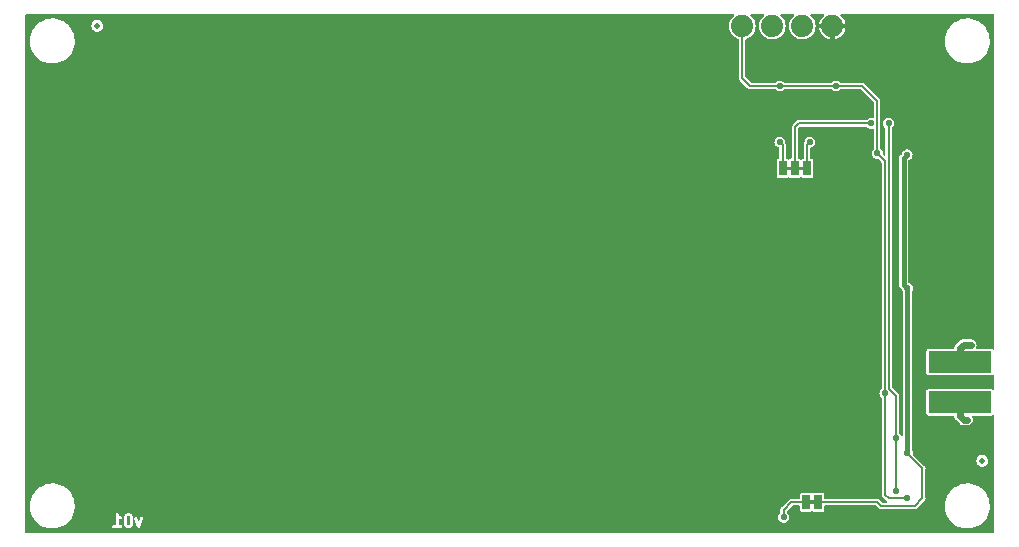
<source format=gbl>
%TF.GenerationSoftware,KiCad,Pcbnew,7.0.6*%
%TF.CreationDate,2024-01-20T21:08:05-07:00*%
%TF.ProjectId,SparkFun_AirQuality_Combo,53706172-6b46-4756-9e5f-416972517561,rev?*%
%TF.SameCoordinates,Original*%
%TF.FileFunction,Copper,L2,Bot*%
%TF.FilePolarity,Positive*%
%FSLAX46Y46*%
G04 Gerber Fmt 4.6, Leading zero omitted, Abs format (unit mm)*
G04 Created by KiCad (PCBNEW 7.0.6) date 2024-01-20 21:08:05*
%MOMM*%
%LPD*%
G01*
G04 APERTURE LIST*
%ADD10C,0.254000*%
%TA.AperFunction,SMDPad,CuDef*%
%ADD11R,5.300000X1.900000*%
%TD*%
%TA.AperFunction,ComponentPad*%
%ADD12C,1.879600*%
%TD*%
%TA.AperFunction,SMDPad,CuDef*%
%ADD13R,0.660400X1.270000*%
%TD*%
%TA.AperFunction,SMDPad,CuDef*%
%ADD14C,0.500000*%
%TD*%
%TA.AperFunction,ViaPad*%
%ADD15C,0.560000*%
%TD*%
%TA.AperFunction,Conductor*%
%ADD16C,0.406400*%
%TD*%
%TA.AperFunction,Conductor*%
%ADD17C,0.558800*%
%TD*%
%TA.AperFunction,Conductor*%
%ADD18C,0.177800*%
%TD*%
G04 APERTURE END LIST*
D10*
G36*
X9056672Y1676433D02*
G01*
X9075911Y1657194D01*
X9108839Y1591338D01*
X9150047Y1426506D01*
X9150047Y1215870D01*
X9108838Y1051037D01*
X9075911Y985182D01*
X9056673Y965944D01*
X9005162Y940188D01*
X8968360Y940188D01*
X8916848Y965944D01*
X8897611Y985181D01*
X8864683Y1051037D01*
X8823474Y1215870D01*
X8823474Y1426506D01*
X8864683Y1591338D01*
X8897610Y1657194D01*
X8916850Y1676433D01*
X8968360Y1702188D01*
X9005162Y1702188D01*
X9056672Y1676433D01*
G37*
G36*
X10368374Y541045D02*
G01*
X7458006Y541045D01*
X7458006Y795114D01*
X7603149Y795114D01*
X7632876Y730021D01*
X7693076Y691332D01*
X7728856Y686188D01*
X8309428Y686188D01*
X8378089Y706349D01*
X8424951Y760430D01*
X8435135Y831262D01*
X8405408Y896355D01*
X8345208Y935044D01*
X8309428Y940188D01*
X8146142Y940188D01*
X8146142Y1200235D01*
X8569475Y1200235D01*
X8570447Y1196923D01*
X8573267Y1169433D01*
X8621648Y975909D01*
X8623900Y972070D01*
X8631264Y949915D01*
X8679645Y853153D01*
X8681265Y851411D01*
X8681772Y849084D01*
X8703434Y820146D01*
X8751815Y771765D01*
X8753905Y770624D01*
X8755121Y768577D01*
X8784823Y747975D01*
X8881585Y699595D01*
X8892915Y697557D01*
X8902600Y691332D01*
X8938380Y686188D01*
X9035142Y686188D01*
X9046186Y689432D01*
X9057634Y688195D01*
X9091937Y699595D01*
X9188699Y747975D01*
X9190442Y749597D01*
X9192769Y750103D01*
X9221707Y771765D01*
X9270088Y820146D01*
X9271229Y822236D01*
X9273275Y823451D01*
X9293877Y853153D01*
X9342258Y949915D01*
X9343046Y954296D01*
X9351874Y975909D01*
X9400255Y1169433D01*
X9400114Y1172884D01*
X9404047Y1200235D01*
X9404047Y1442140D01*
X9403074Y1445453D01*
X9400255Y1472942D01*
X9397682Y1483232D01*
X9488922Y1483232D01*
X9496112Y1447806D01*
X9738017Y770474D01*
X9754937Y747200D01*
X9769079Y722140D01*
X9775695Y718647D01*
X9780096Y712593D01*
X9806917Y702160D01*
X9832359Y688726D01*
X9839813Y689364D01*
X9846788Y686651D01*
X9874989Y692375D01*
X9903658Y694828D01*
X9909585Y699396D01*
X9916919Y700884D01*
X9937544Y720941D01*
X9960341Y738508D01*
X9965334Y747965D01*
X9968221Y750772D01*
X9969323Y755521D01*
X9977219Y770473D01*
X10219124Y1447806D01*
X10223231Y1519248D01*
X10188062Y1581569D01*
X10124782Y1614983D01*
X10053483Y1608881D01*
X9996800Y1565201D01*
X9979922Y1533235D01*
X9857618Y1190786D01*
X9735314Y1533236D01*
X9693235Y1591116D01*
X9626543Y1617058D01*
X9556412Y1602826D01*
X9505110Y1552937D01*
X9488922Y1483232D01*
X9397682Y1483232D01*
X9351874Y1666466D01*
X9349621Y1670306D01*
X9342258Y1692460D01*
X9293877Y1789222D01*
X9292256Y1790965D01*
X9291750Y1793291D01*
X9270088Y1822229D01*
X9221707Y1870610D01*
X9219617Y1871752D01*
X9218402Y1873797D01*
X9188700Y1894399D01*
X9091938Y1942780D01*
X9080608Y1944819D01*
X9070922Y1951044D01*
X9035142Y1956188D01*
X8938380Y1956188D01*
X8927334Y1952945D01*
X8915887Y1954181D01*
X8881584Y1942780D01*
X8784822Y1894399D01*
X8783079Y1892779D01*
X8780753Y1892272D01*
X8751815Y1870610D01*
X8703434Y1822229D01*
X8702292Y1820140D01*
X8700247Y1818924D01*
X8679645Y1789222D01*
X8631264Y1692460D01*
X8630475Y1688080D01*
X8621648Y1666466D01*
X8573267Y1472942D01*
X8573407Y1469492D01*
X8569475Y1442140D01*
X8569475Y1200235D01*
X8146142Y1200235D01*
X8146142Y1480439D01*
X8155870Y1473691D01*
X8252632Y1425310D01*
X8323060Y1412636D01*
X8389161Y1440050D01*
X8429947Y1498850D01*
X8432468Y1570365D01*
X8395926Y1631892D01*
X8366224Y1652494D01*
X8287896Y1691658D01*
X8214596Y1764959D01*
X8124812Y1899635D01*
X8098170Y1921948D01*
X8071900Y1944711D01*
X8070801Y1944869D01*
X8069951Y1945581D01*
X8035462Y1949950D01*
X8001068Y1954895D01*
X8000059Y1954435D01*
X7998959Y1954574D01*
X7967587Y1939605D01*
X7935975Y1925168D01*
X7935375Y1924235D01*
X7934374Y1923757D01*
X7916094Y1894234D01*
X7897286Y1864968D01*
X7897077Y1863521D01*
X7896703Y1862915D01*
X7896733Y1861123D01*
X7892142Y1829188D01*
X7892142Y940188D01*
X7728856Y940188D01*
X7660195Y920027D01*
X7613333Y865946D01*
X7603149Y795114D01*
X7458006Y795114D01*
X7458006Y2101331D01*
X10368374Y2101331D01*
X10368374Y541045D01*
G37*
%TA.AperFunction,EtchedComponent*%
%TO.C,JP2*%
G36*
X67128200Y2707500D02*
G01*
X66628200Y2707500D01*
X66628200Y3007500D01*
X67128200Y3007500D01*
X67128200Y2707500D01*
G37*
%TD.AperFunction*%
%TA.AperFunction,EtchedComponent*%
%TO.C,JP1*%
G36*
X65134300Y30965000D02*
G01*
X64634300Y30965000D01*
X64634300Y31265000D01*
X65134300Y31265000D01*
X65134300Y30965000D01*
G37*
%TD.AperFunction*%
%TA.AperFunction,EtchedComponent*%
G36*
X66167000Y30942000D02*
G01*
X65667000Y30942000D01*
X65667000Y31242000D01*
X66167000Y31242000D01*
X66167000Y30942000D01*
G37*
%TD.AperFunction*%
%TD*%
D11*
%TO.P,L1,1,1*%
%TO.N,3.3V*%
X79375000Y11317500D03*
%TO.P,L1,2,2*%
%TO.N,Net-(U5-SW)*%
X79375000Y14717500D03*
%TD*%
D12*
%TO.P,J3,1,Pin_1*%
%TO.N,GND*%
X68580000Y43180000D03*
%TO.P,J3,2,Pin_2*%
%TO.N,3.3V*%
X66040000Y43180000D03*
%TO.P,J3,3,Pin_3*%
%TO.N,SDA*%
X63500000Y43180000D03*
%TO.P,J3,4,Pin_4*%
%TO.N,SCL*%
X60960000Y43180000D03*
%TD*%
D13*
%TO.P,JP2,1,A*%
%TO.N,Net-(JP2-A)*%
X66357500Y2857500D03*
%TO.P,JP2,2,B*%
%TO.N,3.3V*%
X67398900Y2857500D03*
%TD*%
%TO.P,JP1,1,A*%
%TO.N,Net-(JP1-A)*%
X64363600Y31115000D03*
%TO.P,JP1,2,C*%
%TO.N,3.3V*%
X65405000Y31115000D03*
%TO.P,JP1,3,B*%
%TO.N,Net-(JP1-B)*%
X66446400Y31115000D03*
%TD*%
D14*
%TO.P,FID2,*%
%TO.N,*%
X6350000Y43180000D03*
%TD*%
%TO.P,FID1,*%
%TO.N,*%
X81280000Y6350000D03*
%TD*%
D15*
%TO.N,3.3V*%
X80010000Y9842500D03*
%TO.N,Net-(U5-SW)*%
X80327500Y16192500D03*
%TO.N,3.3V*%
X74930000Y6985000D03*
X74930000Y20955000D03*
X74910000Y32267484D03*
X71869200Y34925000D03*
%TO.N,GND*%
X76200000Y8572500D03*
X71755000Y28575000D03*
X77152500Y13017500D03*
X75565000Y24765000D03*
X69215000Y33972500D03*
X64770000Y4127500D03*
X72072500Y3810000D03*
X70802500Y10795000D03*
X72072500Y6350000D03*
X75565000Y28575000D03*
X71755000Y24765000D03*
X76200000Y32385000D03*
X75247500Y40640000D03*
X71120000Y13017500D03*
X77470000Y33655000D03*
X76200000Y39052500D03*
X76200000Y20955000D03*
%TO.N,SDA*%
X73977500Y8255000D03*
X73977500Y3810000D03*
X73342500Y34925000D03*
%TO.N,SCL*%
X73025000Y12065000D03*
X72390000Y32385000D03*
X68897500Y38100000D03*
X74930000Y3175000D03*
X64135000Y38100000D03*
%TO.N,Net-(JP1-A)*%
X64135000Y33337500D03*
%TO.N,Net-(JP1-B)*%
X66675000Y33337500D03*
%TO.N,Net-(JP2-A)*%
X64452500Y1587500D03*
%TD*%
D16*
%TO.N,3.3V*%
X74612500Y21272500D02*
X74612500Y31969984D01*
X74930000Y20955000D02*
X74612500Y21272500D01*
X74612500Y31969984D02*
X74910000Y32267484D01*
D17*
X79692500Y9842500D02*
X80010000Y9842500D01*
X79375000Y10160000D02*
X79692500Y9842500D01*
X79375000Y11317500D02*
X79375000Y10160000D01*
%TO.N,Net-(U5-SW)*%
X79692500Y16192500D02*
X80327500Y16192500D01*
X79375000Y15875000D02*
X79692500Y16192500D01*
X79375000Y14717500D02*
X79375000Y15875000D01*
D16*
%TO.N,3.3V*%
X74930000Y20955000D02*
X74930000Y6985000D01*
D18*
X72390000Y2857500D02*
X72707500Y2540000D01*
X65722500Y34925000D02*
X71869200Y34925000D01*
X76200000Y3175000D02*
X76200000Y5715000D01*
X65405000Y34607500D02*
X65722500Y34925000D01*
X65405000Y31115000D02*
X65405000Y34607500D01*
X72707500Y2540000D02*
X75565000Y2540000D01*
X75565000Y2540000D02*
X76200000Y3175000D01*
X67398900Y2857500D02*
X72390000Y2857500D01*
X76200000Y5715000D02*
X74930000Y6985000D01*
%TO.N,SDA*%
X73342500Y34925000D02*
X73342500Y31899474D01*
X73355200Y12472030D02*
X73977500Y11849730D01*
X73342500Y31899474D02*
X73355200Y31886773D01*
X73977500Y8255000D02*
X73977500Y3810000D01*
X73355200Y31886773D02*
X73355200Y12472030D01*
X73977500Y11849730D02*
X73977500Y8255000D01*
%TO.N,SCL*%
X73025000Y31750000D02*
X72390000Y32385000D01*
X61595000Y38100000D02*
X60960000Y38735000D01*
X72390000Y36830000D02*
X71120000Y38100000D01*
X68897500Y38100000D02*
X61595000Y38100000D01*
X73342500Y3175000D02*
X74930000Y3175000D01*
X60960000Y38735000D02*
X60960000Y43180000D01*
X72390000Y32385000D02*
X72390000Y36830000D01*
X73025000Y12065000D02*
X73025000Y31750000D01*
X73025000Y12065000D02*
X73025000Y3492500D01*
X73025000Y3492500D02*
X73342500Y3175000D01*
X71120000Y38100000D02*
X68897500Y38100000D01*
%TO.N,Net-(JP1-A)*%
X64363600Y33108900D02*
X64135000Y33337500D01*
X64363600Y31115000D02*
X64363600Y33108900D01*
%TO.N,Net-(JP1-B)*%
X66446400Y31115000D02*
X66446400Y33108900D01*
X66446400Y33108900D02*
X66675000Y33337500D01*
%TO.N,Net-(JP2-A)*%
X64452500Y2222500D02*
X64452500Y1587500D01*
X66357500Y2857500D02*
X65087500Y2857500D01*
X65087500Y2857500D02*
X64452500Y2222500D01*
%TD*%
%TA.AperFunction,Conductor*%
%TO.N,GND*%
G36*
X60243903Y44174935D02*
G01*
X60273967Y44122864D01*
X60263526Y44063650D01*
X60246620Y44042641D01*
X60130173Y43936485D01*
X60005302Y43771129D01*
X60005300Y43771126D01*
X60005300Y43771125D01*
X59939984Y43639953D01*
X59912936Y43585634D01*
X59912934Y43585629D01*
X59856229Y43386335D01*
X59856229Y43386334D01*
X59837110Y43180001D01*
X59837110Y43180000D01*
X59856229Y42973667D01*
X59856229Y42973666D01*
X59910830Y42781768D01*
X59912936Y42774365D01*
X60005300Y42588875D01*
X60130174Y42423514D01*
X60221584Y42340183D01*
X60283305Y42283916D01*
X60283314Y42283910D01*
X60400759Y42211192D01*
X60459485Y42174830D01*
X60459489Y42174829D01*
X60459488Y42174829D01*
X60636653Y42106195D01*
X60681910Y42066609D01*
X60692800Y42024231D01*
X60692800Y38769981D01*
X60691111Y38752832D01*
X60687564Y38735000D01*
X60708303Y38630743D01*
X60744043Y38577254D01*
X60767359Y38542359D01*
X60767362Y38542357D01*
X60767363Y38542356D01*
X60782471Y38532261D01*
X60795792Y38521330D01*
X61381331Y37935791D01*
X61392262Y37922470D01*
X61402359Y37907359D01*
X61402362Y37907357D01*
X61424671Y37892450D01*
X61474280Y37859304D01*
X61490744Y37848303D01*
X61595000Y37827564D01*
X61612831Y37831112D01*
X61629980Y37832800D01*
X63719970Y37832800D01*
X63776471Y37812235D01*
X63786400Y37802462D01*
X63831791Y37750078D01*
X63831793Y37750077D01*
X63831794Y37750076D01*
X63942653Y37678831D01*
X63942654Y37678831D01*
X63942657Y37678829D01*
X64028782Y37653541D01*
X64069101Y37641701D01*
X64069104Y37641701D01*
X64069106Y37641700D01*
X64069107Y37641700D01*
X64200893Y37641700D01*
X64200894Y37641700D01*
X64200896Y37641701D01*
X64200898Y37641701D01*
X64215927Y37646115D01*
X64327343Y37678829D01*
X64438209Y37750078D01*
X64483599Y37802462D01*
X64536142Y37831696D01*
X64550030Y37832800D01*
X68482470Y37832800D01*
X68538971Y37812235D01*
X68548900Y37802462D01*
X68594291Y37750078D01*
X68594293Y37750077D01*
X68594294Y37750076D01*
X68705153Y37678831D01*
X68705154Y37678831D01*
X68705157Y37678829D01*
X68791282Y37653541D01*
X68831601Y37641701D01*
X68831604Y37641701D01*
X68831606Y37641700D01*
X68831607Y37641700D01*
X68963393Y37641700D01*
X68963394Y37641700D01*
X68963396Y37641701D01*
X68963398Y37641701D01*
X68978427Y37646115D01*
X69089843Y37678829D01*
X69200709Y37750078D01*
X69246099Y37802462D01*
X69298642Y37831696D01*
X69312530Y37832800D01*
X70972912Y37832800D01*
X71029413Y37812235D01*
X71035067Y37807055D01*
X72097055Y36745068D01*
X72122466Y36690574D01*
X72122800Y36682913D01*
X72122800Y35445605D01*
X72102235Y35389104D01*
X72050164Y35359040D01*
X72010135Y35361266D01*
X71935098Y35383300D01*
X71935094Y35383300D01*
X71803306Y35383300D01*
X71803301Y35383300D01*
X71676857Y35346171D01*
X71676853Y35346170D01*
X71565994Y35274925D01*
X71565989Y35274920D01*
X71520600Y35222538D01*
X71468058Y35193304D01*
X71454170Y35192200D01*
X65757480Y35192200D01*
X65740331Y35193889D01*
X65722500Y35197436D01*
X65614593Y35175972D01*
X65607402Y35169454D01*
X65529861Y35117643D01*
X65529857Y35117639D01*
X65519760Y35102528D01*
X65508831Y35089211D01*
X65240790Y34821170D01*
X65227472Y34810240D01*
X65212359Y34800142D01*
X65212356Y34800139D01*
X65168183Y34734032D01*
X65168180Y34734023D01*
X65153304Y34711761D01*
X65153302Y34711755D01*
X65132564Y34607500D01*
X65136111Y34589669D01*
X65137800Y34572520D01*
X65137800Y32015902D01*
X65117235Y31959401D01*
X65065164Y31929337D01*
X65058519Y31928426D01*
X65057240Y31928301D01*
X65005234Y31917957D01*
X65005233Y31917957D01*
X64965097Y31891139D01*
X64946255Y31878548D01*
X64939055Y31873737D01*
X64938260Y31874927D01*
X64891961Y31853337D01*
X64833883Y31868900D01*
X64822533Y31878422D01*
X64822347Y31878546D01*
X64822347Y31878547D01*
X64763369Y31917955D01*
X64738052Y31922991D01*
X64711352Y31928302D01*
X64710069Y31928428D01*
X64709611Y31928648D01*
X64707126Y31929142D01*
X64707252Y31929780D01*
X64655860Y31954441D01*
X64631055Y32009213D01*
X64630800Y32015903D01*
X64630800Y33073925D01*
X64632489Y33091074D01*
X64636035Y33108901D01*
X64615297Y33213157D01*
X64615295Y33213160D01*
X64605074Y33228456D01*
X64590781Y33286858D01*
X64591146Y33289743D01*
X64598013Y33337500D01*
X64598012Y33337504D01*
X64579259Y33467940D01*
X64579258Y33467941D01*
X64579258Y33467946D01*
X64524511Y33587824D01*
X64524510Y33587825D01*
X64524510Y33587826D01*
X64481360Y33637624D01*
X64438209Y33687422D01*
X64438206Y33687424D01*
X64438205Y33687425D01*
X64327346Y33758670D01*
X64327343Y33758671D01*
X64302053Y33766097D01*
X64200898Y33795800D01*
X64200894Y33795800D01*
X64069106Y33795800D01*
X64069101Y33795800D01*
X63942657Y33758671D01*
X63942653Y33758670D01*
X63831794Y33687425D01*
X63831789Y33687420D01*
X63745489Y33587826D01*
X63690742Y33467946D01*
X63690740Y33467940D01*
X63671987Y33337504D01*
X63671987Y33337497D01*
X63690740Y33207061D01*
X63690742Y33207055D01*
X63745489Y33087175D01*
X63756975Y33073920D01*
X63831791Y32987578D01*
X63831793Y32987577D01*
X63831794Y32987576D01*
X63942653Y32916331D01*
X63942655Y32916331D01*
X63942657Y32916329D01*
X63994041Y32901242D01*
X64033264Y32889724D01*
X64081683Y32854074D01*
X64096400Y32805385D01*
X64096400Y32015902D01*
X64075835Y31959401D01*
X64023764Y31929337D01*
X64017119Y31928426D01*
X64015840Y31928301D01*
X63963834Y31917957D01*
X63963833Y31917957D01*
X63904854Y31878548D01*
X63904852Y31878546D01*
X63865445Y31819569D01*
X63855100Y31767560D01*
X63855100Y30462437D01*
X63855101Y30462435D01*
X63865443Y30410435D01*
X63865443Y30410434D01*
X63865444Y30410432D01*
X63865445Y30410431D01*
X63904853Y30351453D01*
X63963831Y30312045D01*
X64015839Y30301700D01*
X64711360Y30301701D01*
X64711363Y30301701D01*
X64711365Y30301702D01*
X64763365Y30312044D01*
X64763366Y30312044D01*
X64763366Y30312045D01*
X64763369Y30312045D01*
X64822347Y30351453D01*
X64822347Y30351454D01*
X64829545Y30356263D01*
X64830340Y30355072D01*
X64876632Y30376663D01*
X64934711Y30361106D01*
X64946061Y30351582D01*
X64946252Y30351455D01*
X64946253Y30351453D01*
X65005231Y30312045D01*
X65057239Y30301700D01*
X65752760Y30301701D01*
X65752763Y30301701D01*
X65752765Y30301702D01*
X65804765Y30312044D01*
X65804766Y30312044D01*
X65804766Y30312045D01*
X65804769Y30312045D01*
X65863747Y30351453D01*
X65863747Y30351454D01*
X65870945Y30356263D01*
X65871740Y30355072D01*
X65918032Y30376663D01*
X65976111Y30361106D01*
X65987461Y30351582D01*
X65987652Y30351455D01*
X65987653Y30351453D01*
X66046631Y30312045D01*
X66098639Y30301700D01*
X66794160Y30301701D01*
X66794163Y30301701D01*
X66794165Y30301702D01*
X66846165Y30312044D01*
X66846166Y30312044D01*
X66846166Y30312045D01*
X66846169Y30312045D01*
X66905147Y30351453D01*
X66944555Y30410431D01*
X66954900Y30462439D01*
X66954899Y31767560D01*
X66954899Y31767561D01*
X66954899Y31767564D01*
X66954898Y31767566D01*
X66944556Y31819566D01*
X66944556Y31819567D01*
X66944555Y31819569D01*
X66905147Y31878547D01*
X66846169Y31917955D01*
X66820852Y31922991D01*
X66794152Y31928302D01*
X66792869Y31928428D01*
X66792411Y31928648D01*
X66789926Y31929142D01*
X66790052Y31929780D01*
X66738660Y31954441D01*
X66713855Y32009213D01*
X66713600Y32015903D01*
X66713600Y32805385D01*
X66734165Y32861886D01*
X66776736Y32889724D01*
X66801764Y32897074D01*
X66867343Y32916329D01*
X66978209Y32987578D01*
X67064511Y33087176D01*
X67119258Y33207054D01*
X67131155Y33289800D01*
X67138013Y33337497D01*
X67138013Y33337504D01*
X67119259Y33467940D01*
X67119258Y33467941D01*
X67119258Y33467946D01*
X67064511Y33587824D01*
X67064510Y33587825D01*
X67064510Y33587826D01*
X67021360Y33637624D01*
X66978209Y33687422D01*
X66978206Y33687424D01*
X66978205Y33687425D01*
X66867346Y33758670D01*
X66867343Y33758671D01*
X66842053Y33766097D01*
X66740898Y33795800D01*
X66740894Y33795800D01*
X66609106Y33795800D01*
X66609101Y33795800D01*
X66482657Y33758671D01*
X66482653Y33758670D01*
X66371794Y33687425D01*
X66371789Y33687420D01*
X66285489Y33587826D01*
X66230742Y33467946D01*
X66230740Y33467940D01*
X66211987Y33337504D01*
X66211987Y33337497D01*
X66218844Y33289800D01*
X66206529Y33230948D01*
X66204927Y33228460D01*
X66194704Y33213160D01*
X66194702Y33213155D01*
X66173964Y33108900D01*
X66177511Y33091069D01*
X66179200Y33073920D01*
X66179200Y32015902D01*
X66158635Y31959401D01*
X66106564Y31929337D01*
X66099919Y31928426D01*
X66098640Y31928301D01*
X66046634Y31917957D01*
X66046633Y31917957D01*
X66006497Y31891139D01*
X65987655Y31878548D01*
X65980455Y31873737D01*
X65979660Y31874927D01*
X65933361Y31853337D01*
X65875283Y31868900D01*
X65863933Y31878422D01*
X65863747Y31878546D01*
X65863747Y31878547D01*
X65804769Y31917955D01*
X65779452Y31922991D01*
X65752752Y31928302D01*
X65751469Y31928428D01*
X65751011Y31928648D01*
X65748526Y31929142D01*
X65748652Y31929780D01*
X65697260Y31954441D01*
X65672455Y32009213D01*
X65672200Y32015903D01*
X65672200Y34460412D01*
X65692765Y34516913D01*
X65697945Y34522567D01*
X65807433Y34632055D01*
X65861927Y34657466D01*
X65869588Y34657800D01*
X71454170Y34657800D01*
X71510671Y34637235D01*
X71520600Y34627462D01*
X71565991Y34575078D01*
X71565993Y34575077D01*
X71565994Y34575076D01*
X71676853Y34503831D01*
X71676854Y34503831D01*
X71676857Y34503829D01*
X71762982Y34478541D01*
X71803301Y34466701D01*
X71803304Y34466701D01*
X71803306Y34466700D01*
X71803307Y34466700D01*
X71935093Y34466700D01*
X71935094Y34466700D01*
X71935096Y34466701D01*
X71935098Y34466701D01*
X72010135Y34488734D01*
X72070141Y34484921D01*
X72113658Y34443429D01*
X72122800Y34404395D01*
X72122800Y32806061D01*
X72102235Y32749560D01*
X72091000Y32739667D01*
X72091543Y32739040D01*
X72086792Y32734924D01*
X72000488Y32635323D01*
X71945742Y32515446D01*
X71945740Y32515440D01*
X71926987Y32385004D01*
X71926987Y32384997D01*
X71945740Y32254561D01*
X71945742Y32254555D01*
X72000489Y32134675D01*
X72042322Y32086398D01*
X72086791Y32035078D01*
X72086793Y32035077D01*
X72086794Y32035076D01*
X72197653Y31963831D01*
X72197654Y31963831D01*
X72197657Y31963829D01*
X72283782Y31938541D01*
X72324101Y31926701D01*
X72324104Y31926701D01*
X72324106Y31926700D01*
X72324107Y31926700D01*
X72434012Y31926700D01*
X72490513Y31906135D01*
X72496167Y31900955D01*
X72732055Y31665067D01*
X72757466Y31610573D01*
X72757800Y31602912D01*
X72757800Y12486061D01*
X72737235Y12429560D01*
X72726000Y12419667D01*
X72726543Y12419040D01*
X72721792Y12414924D01*
X72635488Y12315323D01*
X72580742Y12195446D01*
X72580740Y12195440D01*
X72561987Y12065004D01*
X72561987Y12064997D01*
X72580740Y11934561D01*
X72580741Y11934556D01*
X72580742Y11934554D01*
X72635489Y11814676D01*
X72701017Y11739053D01*
X72721790Y11715079D01*
X72726542Y11710962D01*
X72724486Y11708590D01*
X72753824Y11670078D01*
X72757800Y11643940D01*
X72757800Y3527481D01*
X72756111Y3510332D01*
X72752564Y3492501D01*
X72768623Y3411766D01*
X72773303Y3388243D01*
X72801977Y3345329D01*
X72832359Y3299859D01*
X72832362Y3299857D01*
X72832363Y3299856D01*
X72847471Y3289761D01*
X72860792Y3278830D01*
X73128831Y3010791D01*
X73139762Y2997470D01*
X73149859Y2982359D01*
X73171070Y2968187D01*
X73206624Y2919698D01*
X73202692Y2859699D01*
X73161114Y2816265D01*
X73122236Y2807200D01*
X72854588Y2807200D01*
X72798087Y2827765D01*
X72792433Y2832945D01*
X72603670Y3021708D01*
X72592739Y3035029D01*
X72582644Y3050137D01*
X72582642Y3050139D01*
X72582641Y3050141D01*
X72547746Y3073457D01*
X72494257Y3109197D01*
X72494254Y3109198D01*
X72390000Y3129936D01*
X72372169Y3126389D01*
X72355020Y3124700D01*
X67995299Y3124700D01*
X67938798Y3145265D01*
X67908734Y3197336D01*
X67907399Y3212600D01*
X67907399Y3345330D01*
X67907399Y3510060D01*
X67906449Y3514836D01*
X67897056Y3562066D01*
X67897056Y3562067D01*
X67886789Y3577433D01*
X67857647Y3621047D01*
X67798669Y3660455D01*
X67746661Y3670800D01*
X67746659Y3670800D01*
X67051136Y3670800D01*
X67051134Y3670799D01*
X66999134Y3660457D01*
X66999133Y3660457D01*
X66982538Y3649368D01*
X66940155Y3621048D01*
X66932955Y3616237D01*
X66932160Y3617427D01*
X66885861Y3595837D01*
X66827783Y3611400D01*
X66816433Y3620922D01*
X66816247Y3621046D01*
X66816247Y3621047D01*
X66757269Y3660455D01*
X66705261Y3670800D01*
X66705259Y3670800D01*
X66009736Y3670800D01*
X66009734Y3670799D01*
X65957734Y3660457D01*
X65957733Y3660457D01*
X65898754Y3621048D01*
X65898752Y3621046D01*
X65859345Y3562069D01*
X65849000Y3510060D01*
X65849000Y3212600D01*
X65828435Y3156099D01*
X65776364Y3126035D01*
X65761100Y3124700D01*
X65122480Y3124700D01*
X65105331Y3126389D01*
X65087500Y3129936D01*
X64996415Y3111817D01*
X64983246Y3109198D01*
X64983244Y3109197D01*
X64894860Y3050142D01*
X64894857Y3050139D01*
X64884760Y3035028D01*
X64873831Y3021711D01*
X64288290Y2436170D01*
X64274972Y2425240D01*
X64259859Y2415142D01*
X64259856Y2415139D01*
X64215683Y2349032D01*
X64215680Y2349023D01*
X64200804Y2326761D01*
X64200802Y2326755D01*
X64180064Y2222500D01*
X64183611Y2204669D01*
X64185300Y2187520D01*
X64185300Y2008561D01*
X64164735Y1952060D01*
X64153500Y1942167D01*
X64154043Y1941540D01*
X64149292Y1937424D01*
X64062988Y1837823D01*
X64008242Y1717946D01*
X64008240Y1717940D01*
X63989487Y1587504D01*
X63989487Y1587497D01*
X64008240Y1457061D01*
X64008242Y1457055D01*
X64062989Y1337175D01*
X64113997Y1278309D01*
X64149291Y1237578D01*
X64149293Y1237577D01*
X64149294Y1237576D01*
X64260153Y1166331D01*
X64260154Y1166331D01*
X64260157Y1166329D01*
X64346282Y1141041D01*
X64386601Y1129201D01*
X64386604Y1129201D01*
X64386606Y1129200D01*
X64386607Y1129200D01*
X64518393Y1129200D01*
X64518394Y1129200D01*
X64518396Y1129201D01*
X64518398Y1129201D01*
X64533427Y1133615D01*
X64644843Y1166329D01*
X64755709Y1237578D01*
X64842011Y1337176D01*
X64896758Y1457054D01*
X64897034Y1458978D01*
X64915513Y1587497D01*
X64915513Y1587504D01*
X64896759Y1717940D01*
X64896758Y1717941D01*
X64896758Y1717946D01*
X64842011Y1837824D01*
X64755709Y1937422D01*
X64755708Y1937423D01*
X64755707Y1937424D01*
X64750957Y1941540D01*
X64753005Y1943905D01*
X64723662Y1982469D01*
X64719700Y2008561D01*
X64719700Y2075413D01*
X64740265Y2131914D01*
X64745445Y2137568D01*
X65172433Y2564555D01*
X65226927Y2589966D01*
X65234588Y2590300D01*
X65761101Y2590300D01*
X65817602Y2569735D01*
X65847666Y2517664D01*
X65849001Y2502400D01*
X65849001Y2204935D01*
X65859343Y2152935D01*
X65859343Y2152934D01*
X65859344Y2152932D01*
X65859345Y2152931D01*
X65898753Y2093953D01*
X65957731Y2054545D01*
X66009739Y2044200D01*
X66705260Y2044201D01*
X66705263Y2044201D01*
X66705265Y2044202D01*
X66757265Y2054544D01*
X66757266Y2054544D01*
X66757266Y2054545D01*
X66757269Y2054545D01*
X66816247Y2093953D01*
X66816247Y2093954D01*
X66823445Y2098763D01*
X66824240Y2097572D01*
X66870532Y2119163D01*
X66928611Y2103606D01*
X66939961Y2094082D01*
X66940152Y2093955D01*
X66940153Y2093953D01*
X66999131Y2054545D01*
X67051139Y2044200D01*
X67746660Y2044201D01*
X67746663Y2044201D01*
X67746665Y2044202D01*
X67798665Y2054544D01*
X67798666Y2054544D01*
X67798666Y2054545D01*
X67798669Y2054545D01*
X67857647Y2093953D01*
X67897055Y2152931D01*
X67907400Y2204939D01*
X67907400Y2502401D01*
X67927965Y2558901D01*
X67980036Y2588965D01*
X67995300Y2590300D01*
X72242912Y2590300D01*
X72299413Y2569735D01*
X72305067Y2564555D01*
X72493831Y2375791D01*
X72504762Y2362470D01*
X72514243Y2348280D01*
X72514859Y2347359D01*
X72514862Y2347357D01*
X72537171Y2332450D01*
X72586780Y2299304D01*
X72603244Y2288303D01*
X72707500Y2267564D01*
X72725331Y2271112D01*
X72742480Y2272800D01*
X75530020Y2272800D01*
X75547168Y2271112D01*
X75565000Y2267564D01*
X75669257Y2288303D01*
X75735329Y2332451D01*
X75735328Y2332451D01*
X75757641Y2347359D01*
X75757642Y2347362D01*
X75759017Y2348280D01*
X75762276Y2354298D01*
X75767743Y2362480D01*
X75778668Y2375791D01*
X75873252Y2470375D01*
X78104685Y2470375D01*
X78118220Y2347363D01*
X78135129Y2193694D01*
X78202126Y1937424D01*
X78205533Y1924394D01*
X78314389Y1668235D01*
X78314390Y1668233D01*
X78314392Y1668229D01*
X78314393Y1668228D01*
X78443270Y1457054D01*
X78459395Y1430633D01*
X78637437Y1216693D01*
X78637442Y1216688D01*
X78844745Y1030944D01*
X78844747Y1030943D01*
X78844750Y1030940D01*
X79076875Y877368D01*
X79076883Y877363D01*
X79328909Y759218D01*
X79328913Y759217D01*
X79328915Y759216D01*
X79478362Y714254D01*
X79595451Y679027D01*
X79595455Y679027D01*
X79595457Y679026D01*
X79660125Y669509D01*
X79870828Y638500D01*
X79870835Y638500D01*
X80079493Y638500D01*
X80183544Y646116D01*
X80287601Y653732D01*
X80559286Y714252D01*
X80819263Y813685D01*
X81061993Y949911D01*
X81282301Y1120028D01*
X81475492Y1320408D01*
X81637449Y1546782D01*
X81764719Y1794325D01*
X81779559Y1837823D01*
X81837806Y2008561D01*
X81854591Y2057761D01*
X81905148Y2331474D01*
X81914595Y2589966D01*
X81915314Y2609628D01*
X81915314Y2609632D01*
X81915314Y2609633D01*
X81884871Y2886306D01*
X81814469Y3155599D01*
X81806226Y3174997D01*
X81705610Y3411766D01*
X81705609Y3411768D01*
X81668522Y3472538D01*
X81560607Y3649364D01*
X81551377Y3660455D01*
X81382562Y3863308D01*
X81382556Y3863314D01*
X81175249Y4049061D01*
X80943124Y4202633D01*
X80943120Y4202635D01*
X80943117Y4202637D01*
X80691091Y4320782D01*
X80691089Y4320783D01*
X80691084Y4320785D01*
X80424551Y4400973D01*
X80424542Y4400975D01*
X80149182Y4441499D01*
X80149176Y4441500D01*
X80149172Y4441500D01*
X79940511Y4441500D01*
X79940507Y4441500D01*
X79732402Y4426269D01*
X79732396Y4426268D01*
X79460722Y4365751D01*
X79460710Y4365747D01*
X79200736Y4266315D01*
X78958002Y4130087D01*
X78958001Y4130086D01*
X78737699Y3959973D01*
X78737696Y3959970D01*
X78544513Y3759599D01*
X78544505Y3759589D01*
X78382557Y3533228D01*
X78382550Y3533217D01*
X78255279Y3285674D01*
X78165409Y3022242D01*
X78114851Y2748521D01*
X78104685Y2470375D01*
X75873252Y2470375D01*
X76364211Y2961335D01*
X76377522Y2972258D01*
X76392641Y2982359D01*
X76451697Y3070744D01*
X76462430Y3124700D01*
X76472436Y3175000D01*
X76468889Y3192832D01*
X76467200Y3209981D01*
X76467200Y5680025D01*
X76468889Y5697174D01*
X76472435Y5715001D01*
X76451697Y5819257D01*
X76431489Y5849500D01*
X76392641Y5907642D01*
X76377527Y5917740D01*
X76364206Y5928671D01*
X75942880Y6349997D01*
X80774353Y6349997D01*
X80794833Y6207550D01*
X80794834Y6207545D01*
X80794835Y6207543D01*
X80854623Y6076627D01*
X80948872Y5967857D01*
X80948874Y5967856D01*
X80948875Y5967855D01*
X81042568Y5907642D01*
X81069947Y5890047D01*
X81208039Y5849500D01*
X81208040Y5849500D01*
X81351960Y5849500D01*
X81351961Y5849500D01*
X81490053Y5890047D01*
X81611128Y5967857D01*
X81705377Y6076627D01*
X81765165Y6207543D01*
X81785647Y6350000D01*
X81785647Y6350004D01*
X81765166Y6492451D01*
X81765165Y6492452D01*
X81765165Y6492457D01*
X81705377Y6623373D01*
X81611128Y6732143D01*
X81611126Y6732144D01*
X81611124Y6732146D01*
X81490054Y6809953D01*
X81490050Y6809954D01*
X81351967Y6850499D01*
X81351961Y6850500D01*
X81208039Y6850500D01*
X81208038Y6850500D01*
X81208032Y6850499D01*
X81069949Y6809954D01*
X81069945Y6809953D01*
X80948875Y6732146D01*
X80948870Y6732142D01*
X80854622Y6623372D01*
X80794835Y6492457D01*
X80794833Y6492451D01*
X80774353Y6350004D01*
X80774353Y6349997D01*
X75942880Y6349997D01*
X75413423Y6879455D01*
X75388012Y6933949D01*
X75388573Y6954120D01*
X75393013Y6984999D01*
X75393013Y6985004D01*
X75374259Y7115440D01*
X75374258Y7115442D01*
X75374258Y7115446D01*
X75374256Y7115449D01*
X75374256Y7115452D01*
X75319444Y7235472D01*
X75311500Y7271987D01*
X75311500Y20668013D01*
X75319444Y20704528D01*
X75374256Y20824549D01*
X75374256Y20824551D01*
X75374258Y20824554D01*
X75393013Y20955000D01*
X75393013Y20955004D01*
X75374259Y21085440D01*
X75374258Y21085441D01*
X75374258Y21085446D01*
X75319511Y21205324D01*
X75319510Y21205325D01*
X75319510Y21205326D01*
X75247453Y21288483D01*
X75233209Y21304922D01*
X75233206Y21304924D01*
X75233205Y21304925D01*
X75122345Y21376171D01*
X75122342Y21376172D01*
X75057135Y21395319D01*
X75008716Y21430969D01*
X74994000Y21479658D01*
X74994000Y31748700D01*
X75014565Y31805201D01*
X75057136Y31833039D01*
X75060122Y31833916D01*
X75102343Y31846313D01*
X75213209Y31917562D01*
X75299511Y32017160D01*
X75354258Y32137038D01*
X75365811Y32217393D01*
X75373013Y32267481D01*
X75373013Y32267488D01*
X75354259Y32397924D01*
X75354258Y32397925D01*
X75354258Y32397930D01*
X75299511Y32517808D01*
X75299510Y32517809D01*
X75299510Y32517810D01*
X75256359Y32567607D01*
X75213209Y32617406D01*
X75213206Y32617408D01*
X75213205Y32617409D01*
X75102346Y32688654D01*
X75102343Y32688655D01*
X75077053Y32696081D01*
X74975898Y32725784D01*
X74975894Y32725784D01*
X74844106Y32725784D01*
X74844101Y32725784D01*
X74717657Y32688655D01*
X74717653Y32688654D01*
X74606794Y32617409D01*
X74606789Y32617404D01*
X74520489Y32517810D01*
X74465742Y32397931D01*
X74463998Y32385800D01*
X74439148Y32336157D01*
X74377158Y32274167D01*
X74363085Y32262738D01*
X74350542Y32254543D01*
X74327666Y32225152D01*
X74324061Y32221069D01*
X74320385Y32217394D01*
X74306599Y32198084D01*
X74272344Y32154073D01*
X74268876Y32147665D01*
X74268413Y32147916D01*
X74267750Y32146628D01*
X74268223Y32146396D01*
X74265026Y32139856D01*
X74265025Y32139854D01*
X74263483Y32134675D01*
X74249110Y32086398D01*
X74231000Y32033647D01*
X74229801Y32026459D01*
X74229277Y32026547D01*
X74229068Y32025116D01*
X74229596Y32025050D01*
X74228695Y32017824D01*
X74231000Y31962100D01*
X74231000Y21321183D01*
X74229129Y21303144D01*
X74226055Y21288484D01*
X74226054Y21288484D01*
X74230662Y21251524D01*
X74231000Y21246082D01*
X74231000Y21240887D01*
X74234903Y21217497D01*
X74241803Y21162141D01*
X74243882Y21155160D01*
X74243372Y21155009D01*
X74243813Y21153632D01*
X74244316Y21153804D01*
X74246681Y21146914D01*
X74273228Y21097859D01*
X74279297Y21085446D01*
X74297724Y21047754D01*
X74297725Y21047753D01*
X74301958Y21041823D01*
X74301526Y21041516D01*
X74302391Y21040357D01*
X74302809Y21040682D01*
X74307281Y21034937D01*
X74348318Y20997159D01*
X74459147Y20886331D01*
X74483997Y20836685D01*
X74485740Y20824558D01*
X74485742Y20824553D01*
X74540556Y20704528D01*
X74548500Y20668013D01*
X74548500Y8511989D01*
X74527935Y8455488D01*
X74475864Y8425424D01*
X74416650Y8435865D01*
X74380644Y8475474D01*
X74367013Y8505321D01*
X74367011Y8505323D01*
X74367011Y8505324D01*
X74280709Y8604922D01*
X74280708Y8604923D01*
X74280707Y8604924D01*
X74275957Y8609040D01*
X74278005Y8611405D01*
X74248662Y8649969D01*
X74244700Y8676061D01*
X74244700Y11814755D01*
X74246389Y11831904D01*
X74249935Y11849731D01*
X74229197Y11953988D01*
X74213036Y11978173D01*
X74170140Y12042372D01*
X74155027Y12052470D01*
X74141706Y12063401D01*
X73648145Y12556963D01*
X73622734Y12611457D01*
X73622400Y12619118D01*
X73622400Y31851792D01*
X73624090Y31868946D01*
X73627635Y31886762D01*
X73622400Y31913086D01*
X73622400Y31913091D01*
X73616522Y31942641D01*
X73612652Y31962100D01*
X73611388Y31968459D01*
X73609700Y31985602D01*
X73609700Y34503940D01*
X73630265Y34560441D01*
X73641503Y34570333D01*
X73640958Y34570962D01*
X73645704Y34575076D01*
X73645709Y34575078D01*
X73732011Y34674676D01*
X73786758Y34794554D01*
X73805513Y34925000D01*
X73805513Y34925004D01*
X73786759Y35055440D01*
X73786758Y35055441D01*
X73786758Y35055446D01*
X73732011Y35175324D01*
X73732010Y35175325D01*
X73732010Y35175326D01*
X73688859Y35225123D01*
X73645709Y35274922D01*
X73645706Y35274924D01*
X73645705Y35274925D01*
X73534846Y35346170D01*
X73534843Y35346171D01*
X73509553Y35353597D01*
X73408398Y35383300D01*
X73408394Y35383300D01*
X73276606Y35383300D01*
X73276601Y35383300D01*
X73150157Y35346171D01*
X73150153Y35346170D01*
X73039294Y35274925D01*
X73039289Y35274920D01*
X72952989Y35175326D01*
X72898242Y35055446D01*
X72898240Y35055440D01*
X72879487Y34925004D01*
X72879487Y34924997D01*
X72898240Y34794561D01*
X72898241Y34794556D01*
X72898242Y34794554D01*
X72952989Y34674676D01*
X72993900Y34627462D01*
X73039290Y34575079D01*
X73044042Y34570962D01*
X73041986Y34568590D01*
X73071324Y34530078D01*
X73075300Y34503940D01*
X73075300Y32289789D01*
X73054735Y32233288D01*
X73002664Y32203224D01*
X72943450Y32213665D01*
X72925246Y32227634D01*
X72873424Y32279455D01*
X72848013Y32333948D01*
X72848573Y32354120D01*
X72853013Y32384999D01*
X72853013Y32385004D01*
X72834259Y32515440D01*
X72834258Y32515441D01*
X72834258Y32515446D01*
X72779511Y32635324D01*
X72693209Y32734922D01*
X72693208Y32734923D01*
X72693207Y32734924D01*
X72688457Y32739040D01*
X72690505Y32741405D01*
X72661162Y32779969D01*
X72657200Y32806061D01*
X72657200Y36795025D01*
X72658889Y36812174D01*
X72662435Y36830001D01*
X72641697Y36934258D01*
X72625536Y36958443D01*
X72582640Y37022642D01*
X72567527Y37032740D01*
X72554206Y37043671D01*
X71333670Y38264208D01*
X71322739Y38277529D01*
X71312644Y38292637D01*
X71312643Y38292638D01*
X71312641Y38292641D01*
X71277746Y38315957D01*
X71224257Y38351697D01*
X71224254Y38351698D01*
X71120000Y38372436D01*
X71102169Y38368889D01*
X71085020Y38367200D01*
X69312530Y38367200D01*
X69256029Y38387765D01*
X69246100Y38397538D01*
X69244957Y38398857D01*
X69200709Y38449922D01*
X69200706Y38449924D01*
X69200705Y38449925D01*
X69089846Y38521170D01*
X69089843Y38521171D01*
X69064553Y38528597D01*
X68963398Y38558300D01*
X68963394Y38558300D01*
X68831606Y38558300D01*
X68831601Y38558300D01*
X68705157Y38521171D01*
X68705153Y38521170D01*
X68594294Y38449925D01*
X68594289Y38449920D01*
X68548900Y38397538D01*
X68496358Y38368304D01*
X68482470Y38367200D01*
X64550030Y38367200D01*
X64493529Y38387765D01*
X64483600Y38397538D01*
X64482457Y38398857D01*
X64438209Y38449922D01*
X64438206Y38449924D01*
X64438205Y38449925D01*
X64327346Y38521170D01*
X64327343Y38521171D01*
X64302053Y38528597D01*
X64200898Y38558300D01*
X64200894Y38558300D01*
X64069106Y38558300D01*
X64069101Y38558300D01*
X63942657Y38521171D01*
X63942653Y38521170D01*
X63831794Y38449925D01*
X63831789Y38449920D01*
X63786400Y38397538D01*
X63733858Y38368304D01*
X63719970Y38367200D01*
X61742088Y38367200D01*
X61685587Y38387765D01*
X61679933Y38392945D01*
X61252945Y38819933D01*
X61227534Y38874427D01*
X61227200Y38882088D01*
X61227200Y41840375D01*
X78104685Y41840375D01*
X78135129Y41563694D01*
X78205533Y41294394D01*
X78314389Y41038235D01*
X78314390Y41038233D01*
X78459395Y40800633D01*
X78637437Y40586693D01*
X78637442Y40586688D01*
X78844745Y40400944D01*
X78844747Y40400943D01*
X78844750Y40400940D01*
X79076875Y40247368D01*
X79076883Y40247363D01*
X79328909Y40129218D01*
X79328913Y40129217D01*
X79328915Y40129216D01*
X79478362Y40084254D01*
X79595451Y40049027D01*
X79595455Y40049027D01*
X79595457Y40049026D01*
X79660125Y40039509D01*
X79870828Y40008500D01*
X79870835Y40008500D01*
X80079493Y40008500D01*
X80183544Y40016116D01*
X80287601Y40023732D01*
X80559286Y40084252D01*
X80819263Y40183685D01*
X81061993Y40319911D01*
X81282301Y40490028D01*
X81475492Y40690408D01*
X81637449Y40916782D01*
X81764719Y41164325D01*
X81854591Y41427761D01*
X81905148Y41701474D01*
X81915314Y41979632D01*
X81884871Y42256306D01*
X81814469Y42525599D01*
X81759193Y42655675D01*
X81705610Y42781766D01*
X81705609Y42781768D01*
X81705607Y42781772D01*
X81560607Y43019364D01*
X81560604Y43019368D01*
X81382562Y43233308D01*
X81382556Y43233314D01*
X81274678Y43329973D01*
X81175255Y43419056D01*
X81175253Y43419058D01*
X81175249Y43419061D01*
X80943124Y43572633D01*
X80943120Y43572635D01*
X80943117Y43572637D01*
X80691091Y43690782D01*
X80691089Y43690783D01*
X80691084Y43690785D01*
X80424551Y43770973D01*
X80424542Y43770975D01*
X80149182Y43811499D01*
X80149176Y43811500D01*
X80149172Y43811500D01*
X79940511Y43811500D01*
X79940507Y43811500D01*
X79732402Y43796269D01*
X79732396Y43796268D01*
X79460722Y43735751D01*
X79460710Y43735747D01*
X79200736Y43636315D01*
X78958002Y43500087D01*
X78958001Y43500086D01*
X78737699Y43329973D01*
X78737696Y43329970D01*
X78544513Y43129599D01*
X78544505Y43129589D01*
X78382557Y42903228D01*
X78382550Y42903217D01*
X78255279Y42655674D01*
X78165409Y42392242D01*
X78114851Y42118521D01*
X78104685Y41840375D01*
X61227200Y41840375D01*
X61227200Y42024231D01*
X61247765Y42080732D01*
X61283347Y42106195D01*
X61346275Y42130574D01*
X61460515Y42174830D01*
X61636692Y42283914D01*
X61789826Y42423514D01*
X61914700Y42588875D01*
X62007064Y42774365D01*
X62063771Y42973670D01*
X62082890Y43180000D01*
X62063771Y43386330D01*
X62007064Y43585635D01*
X61914700Y43771125D01*
X61789826Y43936486D01*
X61712733Y44006766D01*
X61673380Y44042641D01*
X61645480Y44095903D01*
X61658343Y44154638D01*
X61705951Y44191364D01*
X61732598Y44195500D01*
X62727402Y44195500D01*
X62783903Y44174935D01*
X62813967Y44122864D01*
X62803526Y44063650D01*
X62786620Y44042641D01*
X62670173Y43936485D01*
X62545302Y43771129D01*
X62545300Y43771126D01*
X62545300Y43771125D01*
X62479984Y43639953D01*
X62452936Y43585634D01*
X62452934Y43585629D01*
X62396229Y43386335D01*
X62396229Y43386334D01*
X62377110Y43180001D01*
X62377110Y43180000D01*
X62396229Y42973667D01*
X62396229Y42973666D01*
X62450830Y42781768D01*
X62452936Y42774365D01*
X62545300Y42588875D01*
X62670174Y42423514D01*
X62761584Y42340183D01*
X62823305Y42283916D01*
X62823314Y42283910D01*
X62940759Y42211192D01*
X62999485Y42174830D01*
X63192707Y42099976D01*
X63192711Y42099976D01*
X63192715Y42099974D01*
X63294074Y42081027D01*
X63396393Y42061900D01*
X63396394Y42061900D01*
X63603606Y42061900D01*
X63603607Y42061900D01*
X63738741Y42087162D01*
X63807284Y42099974D01*
X63807286Y42099975D01*
X63807293Y42099976D01*
X64000515Y42174830D01*
X64176692Y42283914D01*
X64329826Y42423514D01*
X64454700Y42588875D01*
X64547064Y42774365D01*
X64603771Y42973670D01*
X64622890Y43180000D01*
X64603771Y43386330D01*
X64547064Y43585635D01*
X64454700Y43771125D01*
X64329826Y43936486D01*
X64252733Y44006766D01*
X64213380Y44042641D01*
X64185480Y44095903D01*
X64198343Y44154638D01*
X64245951Y44191364D01*
X64272598Y44195500D01*
X65267402Y44195500D01*
X65323903Y44174935D01*
X65353967Y44122864D01*
X65343526Y44063650D01*
X65326620Y44042641D01*
X65210173Y43936485D01*
X65085302Y43771129D01*
X65085300Y43771126D01*
X65085300Y43771125D01*
X65019984Y43639953D01*
X64992936Y43585634D01*
X64992934Y43585629D01*
X64936229Y43386335D01*
X64936229Y43386334D01*
X64917110Y43180001D01*
X64917110Y43180000D01*
X64936229Y42973667D01*
X64936229Y42973666D01*
X64990830Y42781768D01*
X64992936Y42774365D01*
X65085300Y42588875D01*
X65210174Y42423514D01*
X65301584Y42340183D01*
X65363305Y42283916D01*
X65363314Y42283910D01*
X65480759Y42211192D01*
X65539485Y42174830D01*
X65732707Y42099976D01*
X65732711Y42099976D01*
X65732715Y42099974D01*
X65834074Y42081027D01*
X65936393Y42061900D01*
X65936394Y42061900D01*
X66143606Y42061900D01*
X66143607Y42061900D01*
X66278741Y42087162D01*
X66347284Y42099974D01*
X66347286Y42099975D01*
X66347293Y42099976D01*
X66540515Y42174830D01*
X66716692Y42283914D01*
X66869826Y42423514D01*
X66994700Y42588875D01*
X67087064Y42774365D01*
X67143771Y42973670D01*
X67162890Y43180000D01*
X67143771Y43386330D01*
X67087064Y43585635D01*
X66994700Y43771125D01*
X66869826Y43936486D01*
X66792733Y44006766D01*
X66753380Y44042641D01*
X66725480Y44095903D01*
X66738343Y44154638D01*
X66785951Y44191364D01*
X66812598Y44195500D01*
X67808144Y44195500D01*
X67864645Y44174935D01*
X67894709Y44122864D01*
X67884268Y44063650D01*
X67867362Y44042641D01*
X67750546Y43936149D01*
X67750542Y43936145D01*
X67625727Y43770863D01*
X67533402Y43585450D01*
X67476726Y43386252D01*
X67476723Y43386240D01*
X67476442Y43383200D01*
X68110218Y43383200D01*
X68072000Y43253039D01*
X68072000Y43106961D01*
X68110218Y42976800D01*
X67476442Y42976800D01*
X67476723Y42973761D01*
X67476726Y42973749D01*
X67533402Y42774551D01*
X67625727Y42589138D01*
X67750542Y42423856D01*
X67750546Y42423852D01*
X67903607Y42284317D01*
X67903616Y42284311D01*
X68079704Y42175282D01*
X68079717Y42175276D01*
X68272840Y42100460D01*
X68272843Y42100459D01*
X68376800Y42081027D01*
X68376800Y42714331D01*
X68435408Y42687565D01*
X68543666Y42672000D01*
X68616334Y42672000D01*
X68724592Y42687565D01*
X68783200Y42714331D01*
X68783200Y42081027D01*
X68887156Y42100459D01*
X68887159Y42100460D01*
X69080282Y42175276D01*
X69080295Y42175282D01*
X69256383Y42284311D01*
X69256392Y42284317D01*
X69409453Y42423852D01*
X69409457Y42423856D01*
X69534272Y42589138D01*
X69626597Y42774551D01*
X69683273Y42973749D01*
X69683276Y42973761D01*
X69683558Y42976800D01*
X69049782Y42976800D01*
X69088000Y43106961D01*
X69088000Y43253039D01*
X69049782Y43383200D01*
X69683558Y43383200D01*
X69683276Y43386240D01*
X69683273Y43386252D01*
X69626597Y43585450D01*
X69534272Y43770863D01*
X69409457Y43936145D01*
X69409453Y43936149D01*
X69292638Y44042641D01*
X69264738Y44095903D01*
X69277601Y44154638D01*
X69325209Y44191364D01*
X69351856Y44195500D01*
X82207600Y44195500D01*
X82264101Y44174935D01*
X82294165Y44122864D01*
X82295500Y44107600D01*
X82295500Y15865647D01*
X82274935Y15809146D01*
X82222864Y15779082D01*
X82163650Y15789523D01*
X82158766Y15792561D01*
X82094570Y15835455D01*
X82077232Y15838904D01*
X82042561Y15845800D01*
X82042559Y15845800D01*
X80809772Y15845800D01*
X80753271Y15866365D01*
X80723207Y15918436D01*
X80729811Y15970207D01*
X80737070Y15986101D01*
X80738976Y15989800D01*
X80758374Y16023395D01*
X80760639Y16033324D01*
X80766376Y16050272D01*
X80771758Y16062054D01*
X80779264Y16114270D01*
X80779918Y16117789D01*
X80789076Y16157912D01*
X80788582Y16164501D01*
X80789231Y16183586D01*
X80790513Y16192500D01*
X80782305Y16249588D01*
X80781988Y16252486D01*
X80778765Y16295498D01*
X80777663Y16298306D01*
X80772480Y16317919D01*
X80771758Y16322946D01*
X80745476Y16380495D01*
X80744542Y16382696D01*
X80728355Y16423940D01*
X80726999Y16426288D01*
X80717498Y16441756D01*
X80717011Y16442824D01*
X80683849Y16481095D01*
X80670354Y16496670D01*
X80642332Y16531809D01*
X80637504Y16536289D01*
X80637784Y16536592D01*
X80635635Y16538506D01*
X80635461Y16538304D01*
X80630712Y16542419D01*
X80630709Y16542422D01*
X80561958Y16586606D01*
X80528332Y16609531D01*
X80522584Y16612300D01*
X80521419Y16612952D01*
X80519839Y16613673D01*
X80417265Y16643791D01*
X80395832Y16650402D01*
X80395216Y16650539D01*
X80393395Y16650800D01*
X80393394Y16650800D01*
X80261606Y16650800D01*
X80259532Y16650800D01*
X80251145Y16650200D01*
X79720677Y16650200D01*
X79715752Y16650477D01*
X79675195Y16655047D01*
X79675194Y16655047D01*
X79675193Y16655047D01*
X79615813Y16643813D01*
X79615813Y16643812D01*
X79556064Y16634806D01*
X79549774Y16632865D01*
X79549701Y16633100D01*
X79545755Y16631802D01*
X79545837Y16631569D01*
X79539625Y16629396D01*
X79486205Y16601163D01*
X79431753Y16574941D01*
X79426316Y16571233D01*
X79426178Y16571435D01*
X79422791Y16569032D01*
X79422937Y16568834D01*
X79417636Y16564922D01*
X79374919Y16522205D01*
X79330614Y16481095D01*
X79326504Y16475942D01*
X79326311Y16476096D01*
X79318067Y16465354D01*
X79071281Y16218569D01*
X79067605Y16215283D01*
X79052340Y16203109D01*
X79035692Y16189832D01*
X79035691Y16189831D01*
X79035689Y16189829D01*
X79031433Y16183586D01*
X79001645Y16139895D01*
X78985784Y16118405D01*
X78965768Y16091284D01*
X78962692Y16085463D01*
X78962476Y16085578D01*
X78960604Y16081871D01*
X78960825Y16081764D01*
X78957970Y16075836D01*
X78940156Y16018086D01*
X78920199Y15961055D01*
X78918975Y15954583D01*
X78918734Y15954629D01*
X78918038Y15950532D01*
X78918281Y15950495D01*
X78917299Y15943985D01*
X78917299Y15933695D01*
X78896731Y15877195D01*
X78844658Y15847134D01*
X78829399Y15845800D01*
X76707436Y15845800D01*
X76707434Y15845799D01*
X76655434Y15835457D01*
X76655433Y15835457D01*
X76596454Y15796048D01*
X76596452Y15796046D01*
X76557045Y15737069D01*
X76546700Y15685060D01*
X76546700Y13749937D01*
X76546701Y13749935D01*
X76557043Y13697935D01*
X76557043Y13697934D01*
X76557044Y13697932D01*
X76557045Y13697931D01*
X76596453Y13638953D01*
X76655431Y13599545D01*
X76707439Y13589200D01*
X82042560Y13589201D01*
X82042563Y13589201D01*
X82042565Y13589202D01*
X82094565Y13599544D01*
X82094566Y13599544D01*
X82094566Y13599545D01*
X82094569Y13599545D01*
X82153547Y13638953D01*
X82153547Y13638954D01*
X82158765Y13642440D01*
X82217169Y13656732D01*
X82271096Y13630138D01*
X82295312Y13575103D01*
X82295500Y13569354D01*
X82295500Y12465647D01*
X82274935Y12409146D01*
X82222864Y12379082D01*
X82163650Y12389523D01*
X82158766Y12392561D01*
X82094570Y12435455D01*
X82077232Y12438904D01*
X82042561Y12445800D01*
X82042559Y12445800D01*
X76707436Y12445800D01*
X76707434Y12445799D01*
X76655434Y12435457D01*
X76655433Y12435457D01*
X76596454Y12396048D01*
X76596452Y12396046D01*
X76585117Y12379082D01*
X76557045Y12337069D01*
X76552720Y12315323D01*
X76546700Y12285060D01*
X76546700Y10349937D01*
X76546701Y10349935D01*
X76557043Y10297935D01*
X76557043Y10297934D01*
X76557044Y10297932D01*
X76557045Y10297931D01*
X76596453Y10238953D01*
X76655431Y10199545D01*
X76707439Y10189200D01*
X78830825Y10189201D01*
X78887326Y10168636D01*
X78917193Y10117643D01*
X78923688Y10083314D01*
X78932693Y10023571D01*
X78934636Y10017274D01*
X78934398Y10017201D01*
X78935695Y10013260D01*
X78935929Y10013341D01*
X78938104Y10007125D01*
X78938105Y10007124D01*
X78966339Y9953701D01*
X78979970Y9925396D01*
X78992560Y9899253D01*
X78996270Y9893812D01*
X78996067Y9893674D01*
X78998467Y9890292D01*
X78998665Y9890437D01*
X79002573Y9885142D01*
X79002574Y9885141D01*
X79002576Y9885138D01*
X79045214Y9842500D01*
X79045307Y9842407D01*
X79086408Y9798111D01*
X79091557Y9794005D01*
X79091402Y9793811D01*
X79102149Y9785566D01*
X79348935Y9538780D01*
X79352219Y9535105D01*
X79377668Y9503192D01*
X79427605Y9469146D01*
X79476215Y9433270D01*
X79476220Y9433269D01*
X79482043Y9430190D01*
X79481926Y9429970D01*
X79485624Y9428104D01*
X79485733Y9428328D01*
X79491663Y9425473D01*
X79491668Y9425469D01*
X79549400Y9407661D01*
X79606447Y9387699D01*
X79606448Y9387699D01*
X79612925Y9386473D01*
X79612878Y9386228D01*
X79616958Y9385535D01*
X79616996Y9385782D01*
X79623511Y9384800D01*
X79683925Y9384800D01*
X79744325Y9382540D01*
X79744328Y9382542D01*
X79744330Y9382541D01*
X79750872Y9383277D01*
X79750899Y9383032D01*
X79764333Y9384800D01*
X79933645Y9384800D01*
X79942032Y9384200D01*
X79944106Y9384200D01*
X80075893Y9384200D01*
X80075894Y9384200D01*
X80110550Y9394377D01*
X80116376Y9395665D01*
X80146433Y9400194D01*
X80165059Y9409165D01*
X80178434Y9414309D01*
X80202341Y9421328D01*
X80202343Y9421329D01*
X80236020Y9442973D01*
X80240708Y9445596D01*
X80270744Y9460059D01*
X80283369Y9471775D01*
X80295627Y9481280D01*
X80313209Y9492578D01*
X80342075Y9525893D01*
X80345387Y9529319D01*
X80351619Y9535101D01*
X80371886Y9553905D01*
X80378746Y9565790D01*
X80388439Y9579400D01*
X80399511Y9592176D01*
X80419574Y9636111D01*
X80421471Y9639792D01*
X80440874Y9673395D01*
X80443139Y9683324D01*
X80448876Y9700272D01*
X80454258Y9712054D01*
X80461764Y9764270D01*
X80462418Y9767789D01*
X80468344Y9793750D01*
X80471576Y9807910D01*
X80471081Y9814501D01*
X80471731Y9833586D01*
X80473013Y9842500D01*
X80464805Y9899588D01*
X80464488Y9902486D01*
X80461265Y9945498D01*
X80460163Y9948306D01*
X80454980Y9967919D01*
X80454258Y9972946D01*
X80427976Y10030495D01*
X80427042Y10032696D01*
X80412720Y10069187D01*
X80411221Y10129296D01*
X80448710Y10176305D01*
X80494544Y10189201D01*
X82042564Y10189201D01*
X82042565Y10189202D01*
X82094565Y10199544D01*
X82094566Y10199544D01*
X82094566Y10199545D01*
X82094569Y10199545D01*
X82153547Y10238953D01*
X82153547Y10238954D01*
X82158765Y10242440D01*
X82217169Y10256732D01*
X82271096Y10230138D01*
X82295312Y10175103D01*
X82295500Y10169354D01*
X82295500Y342400D01*
X82274935Y285899D01*
X82222864Y255835D01*
X82207600Y254500D01*
X342400Y254500D01*
X285899Y275065D01*
X255835Y327136D01*
X254500Y342400D01*
X254500Y2470375D01*
X634685Y2470375D01*
X648220Y2347363D01*
X665129Y2193694D01*
X732126Y1937424D01*
X735533Y1924394D01*
X844389Y1668235D01*
X844390Y1668233D01*
X844392Y1668229D01*
X844393Y1668228D01*
X973270Y1457054D01*
X989395Y1430633D01*
X1167437Y1216693D01*
X1167442Y1216688D01*
X1374745Y1030944D01*
X1374747Y1030943D01*
X1374750Y1030940D01*
X1606875Y877368D01*
X1606883Y877363D01*
X1858909Y759218D01*
X1858913Y759217D01*
X1858915Y759216D01*
X2008362Y714254D01*
X2125451Y679027D01*
X2125455Y679027D01*
X2125457Y679026D01*
X2190125Y669509D01*
X2400828Y638500D01*
X2400835Y638500D01*
X2609493Y638500D01*
X2713544Y646116D01*
X2817601Y653732D01*
X3089286Y714252D01*
X3349263Y813685D01*
X3591993Y949911D01*
X3812301Y1120028D01*
X4005492Y1320408D01*
X4167449Y1546782D01*
X4294719Y1794325D01*
X4309559Y1837823D01*
X4367806Y2008561D01*
X4384591Y2057761D01*
X4391641Y2095928D01*
X7462698Y2095928D01*
X7462698Y546165D01*
X7462699Y546165D01*
X10363596Y546165D01*
X10363597Y546165D01*
X10363597Y2095928D01*
X7462698Y2095928D01*
X4391641Y2095928D01*
X4435148Y2331474D01*
X4444595Y2589966D01*
X4445314Y2609628D01*
X4445314Y2609632D01*
X4445313Y2609633D01*
X4414871Y2886306D01*
X4344469Y3155599D01*
X4336226Y3174997D01*
X4235610Y3411766D01*
X4235609Y3411768D01*
X4198522Y3472538D01*
X4090607Y3649364D01*
X4081377Y3660455D01*
X3912562Y3863308D01*
X3912556Y3863314D01*
X3705249Y4049061D01*
X3473124Y4202633D01*
X3473120Y4202635D01*
X3473117Y4202637D01*
X3221091Y4320782D01*
X3221089Y4320783D01*
X3221084Y4320785D01*
X2954551Y4400973D01*
X2954542Y4400975D01*
X2679182Y4441499D01*
X2679176Y4441500D01*
X2679172Y4441500D01*
X2470511Y4441500D01*
X2470507Y4441500D01*
X2262402Y4426269D01*
X2262396Y4426268D01*
X1990722Y4365751D01*
X1990710Y4365747D01*
X1730736Y4266315D01*
X1488002Y4130087D01*
X1488001Y4130086D01*
X1267699Y3959973D01*
X1267696Y3959970D01*
X1074513Y3759599D01*
X1074505Y3759589D01*
X912557Y3533228D01*
X912550Y3533217D01*
X785279Y3285674D01*
X695409Y3022242D01*
X644851Y2748521D01*
X634685Y2470375D01*
X254500Y2470375D01*
X254500Y41840375D01*
X634685Y41840375D01*
X665129Y41563694D01*
X735533Y41294394D01*
X844389Y41038235D01*
X844390Y41038233D01*
X989395Y40800633D01*
X1167437Y40586693D01*
X1167442Y40586688D01*
X1374745Y40400944D01*
X1374747Y40400943D01*
X1374750Y40400940D01*
X1606875Y40247368D01*
X1606883Y40247363D01*
X1858909Y40129218D01*
X1858913Y40129217D01*
X1858915Y40129216D01*
X2008362Y40084254D01*
X2125451Y40049027D01*
X2125455Y40049027D01*
X2125457Y40049026D01*
X2190125Y40039509D01*
X2400828Y40008500D01*
X2400835Y40008500D01*
X2609493Y40008500D01*
X2713544Y40016116D01*
X2817601Y40023732D01*
X3089286Y40084252D01*
X3349263Y40183685D01*
X3591993Y40319911D01*
X3812301Y40490028D01*
X4005492Y40690408D01*
X4167449Y40916782D01*
X4294719Y41164325D01*
X4384591Y41427761D01*
X4435148Y41701474D01*
X4445314Y41979632D01*
X4414871Y42256306D01*
X4344469Y42525599D01*
X4289193Y42655675D01*
X4235610Y42781766D01*
X4235609Y42781768D01*
X4235607Y42781772D01*
X4090607Y43019364D01*
X4090604Y43019368D01*
X3956928Y43179997D01*
X5844353Y43179997D01*
X5864833Y43037550D01*
X5864834Y43037545D01*
X5864835Y43037543D01*
X5924623Y42906627D01*
X6018872Y42797857D01*
X6139947Y42720047D01*
X6278039Y42679500D01*
X6278040Y42679500D01*
X6421960Y42679500D01*
X6421961Y42679500D01*
X6560053Y42720047D01*
X6681128Y42797857D01*
X6775377Y42906627D01*
X6835165Y43037543D01*
X6855647Y43180000D01*
X6855647Y43180001D01*
X6855647Y43180004D01*
X6835166Y43322451D01*
X6835165Y43322452D01*
X6835165Y43322457D01*
X6775377Y43453373D01*
X6681128Y43562143D01*
X6681126Y43562144D01*
X6681124Y43562146D01*
X6560054Y43639953D01*
X6560050Y43639954D01*
X6421967Y43680499D01*
X6421961Y43680500D01*
X6278039Y43680500D01*
X6278038Y43680500D01*
X6278032Y43680499D01*
X6139949Y43639954D01*
X6139945Y43639953D01*
X6018875Y43562146D01*
X6018870Y43562142D01*
X5924622Y43453372D01*
X5864835Y43322457D01*
X5864833Y43322451D01*
X5844353Y43180004D01*
X5844353Y43179997D01*
X3956928Y43179997D01*
X3912562Y43233308D01*
X3912556Y43233314D01*
X3804678Y43329973D01*
X3705255Y43419056D01*
X3705253Y43419058D01*
X3705249Y43419061D01*
X3473124Y43572633D01*
X3473120Y43572635D01*
X3473117Y43572637D01*
X3221091Y43690782D01*
X3221089Y43690783D01*
X3221084Y43690785D01*
X2954551Y43770973D01*
X2954542Y43770975D01*
X2679182Y43811499D01*
X2679176Y43811500D01*
X2679172Y43811500D01*
X2470511Y43811500D01*
X2470507Y43811500D01*
X2262402Y43796269D01*
X2262396Y43796268D01*
X1990722Y43735751D01*
X1990710Y43735747D01*
X1730736Y43636315D01*
X1488002Y43500087D01*
X1488001Y43500086D01*
X1267699Y43329973D01*
X1267696Y43329970D01*
X1074513Y43129599D01*
X1074505Y43129589D01*
X912557Y42903228D01*
X912550Y42903217D01*
X785279Y42655674D01*
X695409Y42392242D01*
X644851Y42118521D01*
X634685Y41840375D01*
X254500Y41840375D01*
X254500Y44107600D01*
X275065Y44164101D01*
X327136Y44194165D01*
X342400Y44195500D01*
X60187402Y44195500D01*
X60243903Y44174935D01*
G37*
%TD.AperFunction*%
%TD*%
M02*

</source>
